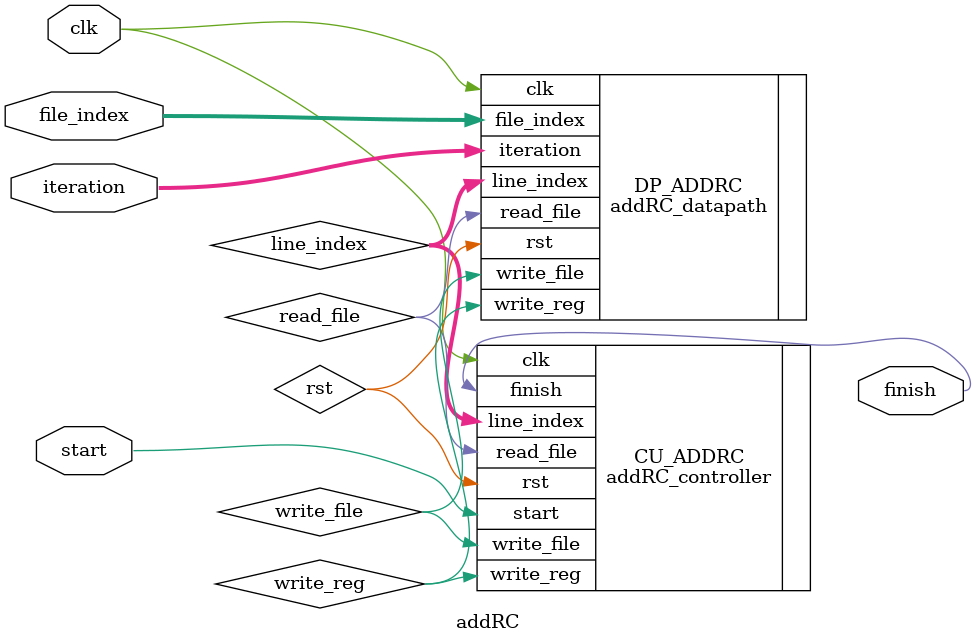
<source format=v>
`timescale 1ns/1ns
module addRC(clk, start, finish, file_index, iteration);

    input clk, start;
    input [9:0] file_index;
    input [4:0] iteration;

    output finish;

    wire rst, read_file, write_reg, write_file;
    wire [5:0] line_index;

    addRC_datapath DP_ADDRC (.clk(clk), .rst(rst), 
                            .read_file(read_file), .write_file(write_file), .write_reg(write_reg), 
                            .file_index(file_index), .line_index(line_index), 
                            .iteration(iteration));

    addRC_controller CU_ADDRC (.clk(clk), .rst(rst), 
                                .line_index(line_index), .start(start), 
                                .read_file(read_file), .write_reg(write_reg), 
                                .write_file(write_file), .finish(finish));

endmodule
</source>
